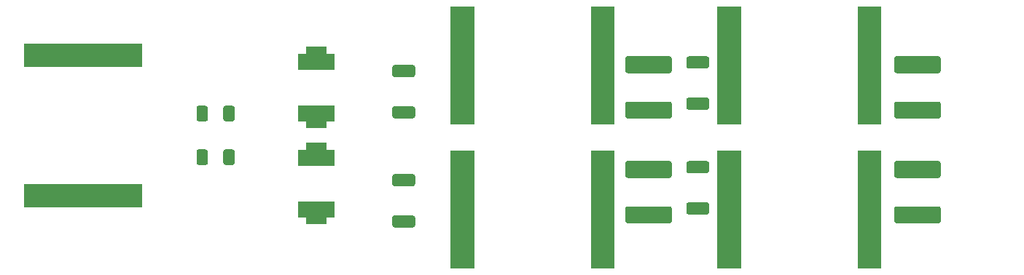
<source format=gbr>
%TF.GenerationSoftware,KiCad,Pcbnew,(5.1.9)-1*%
%TF.CreationDate,2022-01-14T16:31:07-06:00*%
%TF.ProjectId,Power_12V_DualSupply,506f7765-725f-4313-9256-5f4475616c53,rev?*%
%TF.SameCoordinates,Original*%
%TF.FileFunction,Paste,Bot*%
%TF.FilePolarity,Positive*%
%FSLAX46Y46*%
G04 Gerber Fmt 4.6, Leading zero omitted, Abs format (unit mm)*
G04 Created by KiCad (PCBNEW (5.1.9)-1) date 2022-01-14 16:31:07*
%MOMM*%
%LPD*%
G01*
G04 APERTURE LIST*
%ADD10R,1.050000X13.700000*%
%ADD11R,2.500000X13.700000*%
%ADD12R,13.700000X1.050000*%
%ADD13R,13.700000X2.500000*%
%ADD14R,4.300000X1.950000*%
%ADD15R,2.400000X2.600000*%
G04 APERTURE END LIST*
D10*
%TO.C,C18*%
X200086000Y-108204000D03*
X185486000Y-108204000D03*
D11*
X184536000Y-108204000D03*
X201036000Y-108204000D03*
%TD*%
D10*
%TO.C,C10*%
X169098000Y-108204000D03*
X154498000Y-108204000D03*
D11*
X153548000Y-108204000D03*
X170048000Y-108204000D03*
%TD*%
D10*
%TO.C,C19*%
X185486000Y-91440000D03*
X200086000Y-91440000D03*
D11*
X201036000Y-91440000D03*
X184536000Y-91440000D03*
%TD*%
D10*
%TO.C,C11*%
X154498000Y-91440000D03*
X169098000Y-91440000D03*
D11*
X170048000Y-91440000D03*
X153548000Y-91440000D03*
%TD*%
D12*
%TO.C,C1*%
X109601000Y-105725000D03*
X109601000Y-91125000D03*
D13*
X109601000Y-90175000D03*
X109601000Y-106675000D03*
%TD*%
%TO.C,C8*%
G36*
G01*
X177710002Y-109797000D02*
X172809998Y-109797000D01*
G75*
G02*
X172560000Y-109547002I0J249998D01*
G01*
X172560000Y-108071998D01*
G75*
G02*
X172809998Y-107822000I249998J0D01*
G01*
X177710002Y-107822000D01*
G75*
G02*
X177960000Y-108071998I0J-249998D01*
G01*
X177960000Y-109547002D01*
G75*
G02*
X177710002Y-109797000I-249998J0D01*
G01*
G37*
G36*
G01*
X177710002Y-104522000D02*
X172809998Y-104522000D01*
G75*
G02*
X172560000Y-104272002I0J249998D01*
G01*
X172560000Y-102796998D01*
G75*
G02*
X172809998Y-102547000I249998J0D01*
G01*
X177710002Y-102547000D01*
G75*
G02*
X177960000Y-102796998I0J-249998D01*
G01*
X177960000Y-104272002D01*
G75*
G02*
X177710002Y-104522000I-249998J0D01*
G01*
G37*
%TD*%
%TO.C,R8*%
G36*
G01*
X182050001Y-103964000D02*
X179899999Y-103964000D01*
G75*
G02*
X179650000Y-103714001I0J249999D01*
G01*
X179650000Y-102813999D01*
G75*
G02*
X179899999Y-102564000I249999J0D01*
G01*
X182050001Y-102564000D01*
G75*
G02*
X182300000Y-102813999I0J-249999D01*
G01*
X182300000Y-103714001D01*
G75*
G02*
X182050001Y-103964000I-249999J0D01*
G01*
G37*
G36*
G01*
X182050001Y-108764000D02*
X179899999Y-108764000D01*
G75*
G02*
X179650000Y-108514001I0J249999D01*
G01*
X179650000Y-107613999D01*
G75*
G02*
X179899999Y-107364000I249999J0D01*
G01*
X182050001Y-107364000D01*
G75*
G02*
X182300000Y-107613999I0J-249999D01*
G01*
X182300000Y-108514001D01*
G75*
G02*
X182050001Y-108764000I-249999J0D01*
G01*
G37*
%TD*%
%TO.C,C16*%
G36*
G01*
X208952002Y-104522000D02*
X204051998Y-104522000D01*
G75*
G02*
X203802000Y-104272002I0J249998D01*
G01*
X203802000Y-102796998D01*
G75*
G02*
X204051998Y-102547000I249998J0D01*
G01*
X208952002Y-102547000D01*
G75*
G02*
X209202000Y-102796998I0J-249998D01*
G01*
X209202000Y-104272002D01*
G75*
G02*
X208952002Y-104522000I-249998J0D01*
G01*
G37*
G36*
G01*
X208952002Y-109797000D02*
X204051998Y-109797000D01*
G75*
G02*
X203802000Y-109547002I0J249998D01*
G01*
X203802000Y-108071998D01*
G75*
G02*
X204051998Y-107822000I249998J0D01*
G01*
X208952002Y-107822000D01*
G75*
G02*
X209202000Y-108071998I0J-249998D01*
G01*
X209202000Y-109547002D01*
G75*
G02*
X208952002Y-109797000I-249998J0D01*
G01*
G37*
%TD*%
%TO.C,C2*%
G36*
G01*
X124068000Y-101457999D02*
X124068000Y-102758001D01*
G75*
G02*
X123818001Y-103008000I-249999J0D01*
G01*
X122992999Y-103008000D01*
G75*
G02*
X122743000Y-102758001I0J249999D01*
G01*
X122743000Y-101457999D01*
G75*
G02*
X122992999Y-101208000I249999J0D01*
G01*
X123818001Y-101208000D01*
G75*
G02*
X124068000Y-101457999I0J-249999D01*
G01*
G37*
G36*
G01*
X127193000Y-101457999D02*
X127193000Y-102758001D01*
G75*
G02*
X126943001Y-103008000I-249999J0D01*
G01*
X126117999Y-103008000D01*
G75*
G02*
X125868000Y-102758001I0J249999D01*
G01*
X125868000Y-101457999D01*
G75*
G02*
X126117999Y-101208000I249999J0D01*
G01*
X126943001Y-101208000D01*
G75*
G02*
X127193000Y-101457999I0J-249999D01*
G01*
G37*
%TD*%
%TO.C,C3*%
G36*
G01*
X127193000Y-96377999D02*
X127193000Y-97678001D01*
G75*
G02*
X126943001Y-97928000I-249999J0D01*
G01*
X126117999Y-97928000D01*
G75*
G02*
X125868000Y-97678001I0J249999D01*
G01*
X125868000Y-96377999D01*
G75*
G02*
X126117999Y-96128000I249999J0D01*
G01*
X126943001Y-96128000D01*
G75*
G02*
X127193000Y-96377999I0J-249999D01*
G01*
G37*
G36*
G01*
X124068000Y-96377999D02*
X124068000Y-97678001D01*
G75*
G02*
X123818001Y-97928000I-249999J0D01*
G01*
X122992999Y-97928000D01*
G75*
G02*
X122743000Y-97678001I0J249999D01*
G01*
X122743000Y-96377999D01*
G75*
G02*
X122992999Y-96128000I249999J0D01*
G01*
X123818001Y-96128000D01*
G75*
G02*
X124068000Y-96377999I0J-249999D01*
G01*
G37*
%TD*%
D14*
%TO.C,C6*%
X136652000Y-108156000D03*
X136652000Y-102156000D03*
D15*
X136652000Y-101656000D03*
X136652000Y-108656000D03*
%TD*%
%TO.C,C7*%
X136652000Y-97480000D03*
X136652000Y-90480000D03*
D14*
X136652000Y-90980000D03*
X136652000Y-96980000D03*
%TD*%
%TO.C,C9*%
G36*
G01*
X177710002Y-92330000D02*
X172809998Y-92330000D01*
G75*
G02*
X172560000Y-92080002I0J249998D01*
G01*
X172560000Y-90604998D01*
G75*
G02*
X172809998Y-90355000I249998J0D01*
G01*
X177710002Y-90355000D01*
G75*
G02*
X177960000Y-90604998I0J-249998D01*
G01*
X177960000Y-92080002D01*
G75*
G02*
X177710002Y-92330000I-249998J0D01*
G01*
G37*
G36*
G01*
X177710002Y-97605000D02*
X172809998Y-97605000D01*
G75*
G02*
X172560000Y-97355002I0J249998D01*
G01*
X172560000Y-95879998D01*
G75*
G02*
X172809998Y-95630000I249998J0D01*
G01*
X177710002Y-95630000D01*
G75*
G02*
X177960000Y-95879998I0J-249998D01*
G01*
X177960000Y-97355002D01*
G75*
G02*
X177710002Y-97605000I-249998J0D01*
G01*
G37*
%TD*%
%TO.C,C17*%
G36*
G01*
X208952002Y-92330000D02*
X204051998Y-92330000D01*
G75*
G02*
X203802000Y-92080002I0J249998D01*
G01*
X203802000Y-90604998D01*
G75*
G02*
X204051998Y-90355000I249998J0D01*
G01*
X208952002Y-90355000D01*
G75*
G02*
X209202000Y-90604998I0J-249998D01*
G01*
X209202000Y-92080002D01*
G75*
G02*
X208952002Y-92330000I-249998J0D01*
G01*
G37*
G36*
G01*
X208952002Y-97605000D02*
X204051998Y-97605000D01*
G75*
G02*
X203802000Y-97355002I0J249998D01*
G01*
X203802000Y-95879998D01*
G75*
G02*
X204051998Y-95630000I249998J0D01*
G01*
X208952002Y-95630000D01*
G75*
G02*
X209202000Y-95879998I0J-249998D01*
G01*
X209202000Y-97355002D01*
G75*
G02*
X208952002Y-97605000I-249998J0D01*
G01*
G37*
%TD*%
%TO.C,R1*%
G36*
G01*
X147887001Y-97588000D02*
X145736999Y-97588000D01*
G75*
G02*
X145487000Y-97338001I0J249999D01*
G01*
X145487000Y-96437999D01*
G75*
G02*
X145736999Y-96188000I249999J0D01*
G01*
X147887001Y-96188000D01*
G75*
G02*
X148137000Y-96437999I0J-249999D01*
G01*
X148137000Y-97338001D01*
G75*
G02*
X147887001Y-97588000I-249999J0D01*
G01*
G37*
G36*
G01*
X147887001Y-92788000D02*
X145736999Y-92788000D01*
G75*
G02*
X145487000Y-92538001I0J249999D01*
G01*
X145487000Y-91637999D01*
G75*
G02*
X145736999Y-91388000I249999J0D01*
G01*
X147887001Y-91388000D01*
G75*
G02*
X148137000Y-91637999I0J-249999D01*
G01*
X148137000Y-92538001D01*
G75*
G02*
X147887001Y-92788000I-249999J0D01*
G01*
G37*
%TD*%
%TO.C,R2*%
G36*
G01*
X147887001Y-105488000D02*
X145736999Y-105488000D01*
G75*
G02*
X145487000Y-105238001I0J249999D01*
G01*
X145487000Y-104337999D01*
G75*
G02*
X145736999Y-104088000I249999J0D01*
G01*
X147887001Y-104088000D01*
G75*
G02*
X148137000Y-104337999I0J-249999D01*
G01*
X148137000Y-105238001D01*
G75*
G02*
X147887001Y-105488000I-249999J0D01*
G01*
G37*
G36*
G01*
X147887001Y-110288000D02*
X145736999Y-110288000D01*
G75*
G02*
X145487000Y-110038001I0J249999D01*
G01*
X145487000Y-109137999D01*
G75*
G02*
X145736999Y-108888000I249999J0D01*
G01*
X147887001Y-108888000D01*
G75*
G02*
X148137000Y-109137999I0J-249999D01*
G01*
X148137000Y-110038001D01*
G75*
G02*
X147887001Y-110288000I-249999J0D01*
G01*
G37*
%TD*%
%TO.C,R7*%
G36*
G01*
X182050001Y-91772000D02*
X179899999Y-91772000D01*
G75*
G02*
X179650000Y-91522001I0J249999D01*
G01*
X179650000Y-90621999D01*
G75*
G02*
X179899999Y-90372000I249999J0D01*
G01*
X182050001Y-90372000D01*
G75*
G02*
X182300000Y-90621999I0J-249999D01*
G01*
X182300000Y-91522001D01*
G75*
G02*
X182050001Y-91772000I-249999J0D01*
G01*
G37*
G36*
G01*
X182050001Y-96572000D02*
X179899999Y-96572000D01*
G75*
G02*
X179650000Y-96322001I0J249999D01*
G01*
X179650000Y-95421999D01*
G75*
G02*
X179899999Y-95172000I249999J0D01*
G01*
X182050001Y-95172000D01*
G75*
G02*
X182300000Y-95421999I0J-249999D01*
G01*
X182300000Y-96322001D01*
G75*
G02*
X182050001Y-96572000I-249999J0D01*
G01*
G37*
%TD*%
M02*

</source>
